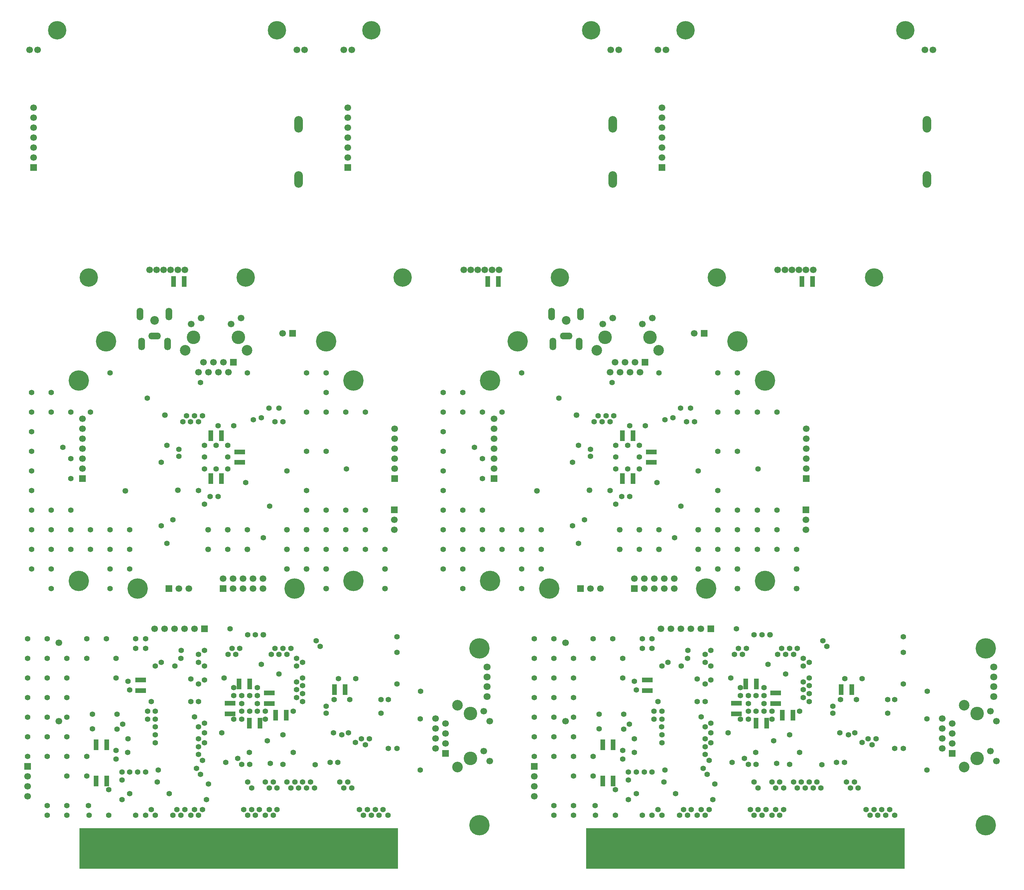
<source format=gbs>
%FSLAX42Y42*%
%MOMM*%
G71*
G01*
G75*
G04 Layer_Color=16711935*
%ADD10C,0.20*%
%ADD11R,1.40X1.50*%
%ADD12R,1.50X1.40*%
%ADD13R,1.10X2.60*%
%ADD14R,2.60X1.10*%
%ADD15R,2.79X3.81*%
%ADD16R,2.50X3.00*%
%ADD17O,0.30X1.80*%
%ADD18O,1.80X0.30*%
%ADD19R,1.10X1.30*%
G04:AMPARAMS|DCode=20|XSize=1.3mm|YSize=1.1mm|CornerRadius=0mm|HoleSize=0mm|Usage=FLASHONLY|Rotation=90.000|XOffset=0mm|YOffset=0mm|HoleType=Round|Shape=Octagon|*
%AMOCTAGOND20*
4,1,8,0.28,0.65,-0.28,0.65,-0.55,0.38,-0.55,-0.38,-0.28,-0.65,0.28,-0.65,0.55,-0.38,0.55,0.38,0.28,0.65,0.0*
%
%ADD20OCTAGOND20*%

%ADD21O,0.60X2.20*%
%ADD22R,0.60X1.30*%
%ADD23R,6.30X2.15*%
%ADD24R,3.30X1.40*%
%ADD25R,3.00X2.50*%
%ADD26R,1.40X1.40*%
%ADD27R,1.10X1.40*%
%ADD28R,1.40X1.10*%
%ADD29R,1.70X1.10*%
%ADD30C,0.25*%
%ADD31C,1.00*%
%ADD32C,0.25*%
%ADD33C,0.50*%
%ADD34C,2.00*%
%ADD35C,0.30*%
%ADD36C,0.40*%
%ADD37O,1.27X7.62*%
%ADD38R,1.30X1.10*%
G04:AMPARAMS|DCode=39|XSize=1.3mm|YSize=1.1mm|CornerRadius=0mm|HoleSize=0mm|Usage=FLASHONLY|Rotation=360.000|XOffset=0mm|YOffset=0mm|HoleType=Round|Shape=Octagon|*
%AMOCTAGOND39*
4,1,8,0.65,-0.28,0.65,0.28,0.38,0.55,-0.38,0.55,-0.65,0.28,-0.65,-0.28,-0.38,-0.55,0.38,-0.55,0.65,-0.28,0.0*
%
%ADD39OCTAGOND39*%

%ADD40O,2.60X0.70*%
%ADD41R,1.40X3.30*%
%ADD42R,1.30X0.60*%
%ADD43O,0.60X2.30*%
%ADD44O,2.30X0.70*%
%ADD45O,0.24X1.80*%
%ADD46O,1.80X0.24*%
%ADD47R,0.50X1.00*%
%ADD48C,1.50*%
%ADD49O,2.00X4.00*%
%ADD50R,1.50X1.50*%
%ADD51C,4.50*%
%ADD52C,5.00*%
%ADD53R,1.50X1.50*%
%ADD54C,2.50*%
%ADD55C,3.25*%
%ADD56O,1.50X3.00*%
%ADD57O,3.00X1.50*%
%ADD58C,2.00*%
%ADD59C,1.20*%
%ADD60C,1.27*%
%ADD61C,1.60*%
%ADD62R,2.60X1.10*%
%ADD63R,81.12X10.16*%
%ADD64R,1.60X1.70*%
%ADD65R,1.70X1.60*%
%ADD66R,1.30X2.80*%
%ADD67R,2.80X1.30*%
%ADD68R,3.00X4.01*%
%ADD69R,2.70X3.20*%
%ADD70O,0.50X2.00*%
%ADD71O,2.00X0.50*%
%ADD72R,1.30X1.50*%
G04:AMPARAMS|DCode=73|XSize=1.5mm|YSize=1.3mm|CornerRadius=0mm|HoleSize=0mm|Usage=FLASHONLY|Rotation=90.000|XOffset=0mm|YOffset=0mm|HoleType=Round|Shape=Octagon|*
%AMOCTAGOND73*
4,1,8,0.33,0.75,-0.33,0.75,-0.65,0.43,-0.65,-0.43,-0.33,-0.75,0.33,-0.75,0.65,-0.43,0.65,0.43,0.33,0.75,0.0*
%
%ADD73OCTAGOND73*%

%ADD74O,0.80X2.40*%
%ADD75R,0.80X1.50*%
%ADD76R,6.50X2.35*%
%ADD77R,3.50X1.60*%
%ADD78R,3.20X2.70*%
%ADD79R,1.60X1.60*%
%ADD80R,1.30X1.60*%
%ADD81R,1.60X1.30*%
%ADD82R,1.90X1.30*%
%ADD83O,1.47X7.82*%
%ADD84R,1.50X1.30*%
G04:AMPARAMS|DCode=85|XSize=1.5mm|YSize=1.3mm|CornerRadius=0mm|HoleSize=0mm|Usage=FLASHONLY|Rotation=360.000|XOffset=0mm|YOffset=0mm|HoleType=Round|Shape=Octagon|*
%AMOCTAGOND85*
4,1,8,0.75,-0.33,0.75,0.33,0.43,0.65,-0.43,0.65,-0.75,0.33,-0.75,-0.33,-0.43,-0.65,0.43,-0.65,0.75,-0.33,0.0*
%
%ADD85OCTAGOND85*%

%ADD86O,2.80X0.90*%
%ADD87R,1.60X3.50*%
%ADD88R,1.50X0.80*%
%ADD89O,0.80X2.50*%
%ADD90O,2.50X0.90*%
%ADD91O,0.44X2.00*%
%ADD92O,2.00X0.44*%
%ADD93R,0.70X1.20*%
%ADD94C,1.70*%
%ADD95O,2.20X4.20*%
%ADD96R,1.70X1.70*%
%ADD97C,4.70*%
%ADD98C,5.20*%
%ADD99R,1.70X1.70*%
%ADD100C,2.70*%
%ADD101C,3.45*%
%ADD102O,1.70X3.20*%
%ADD103O,3.20X1.70*%
%ADD104C,2.20*%
%ADD105C,1.40*%
%ADD106C,1.47*%
%ADD107C,1.80*%
%ADD108R,81.12X10.32*%
%ADD109R,2.80X1.30*%
D66*
X16665Y24396D02*
D03*
X16935D02*
D03*
X24665D02*
D03*
X24935D02*
D03*
X32665D02*
D03*
X32935D02*
D03*
X17611Y20471D02*
D03*
X17881D02*
D03*
Y19371D02*
D03*
X17611D02*
D03*
X28091Y20471D02*
D03*
X28361D02*
D03*
Y19371D02*
D03*
X28091D02*
D03*
X14689Y11671D02*
D03*
X14959D02*
D03*
X18334Y14146D02*
D03*
X18604D02*
D03*
X14689Y12596D02*
D03*
X14959D02*
D03*
X21034Y13996D02*
D03*
X20764D02*
D03*
X18864Y13146D02*
D03*
X18594D02*
D03*
X19264Y13346D02*
D03*
X19534D02*
D03*
X27589Y11671D02*
D03*
X27859D02*
D03*
X31234Y14146D02*
D03*
X31504D02*
D03*
X27589Y12596D02*
D03*
X27859D02*
D03*
X33934Y13996D02*
D03*
X33664D02*
D03*
X31764Y13146D02*
D03*
X31494D02*
D03*
X32164Y13346D02*
D03*
X32434D02*
D03*
D67*
X18346Y20056D02*
D03*
Y19786D02*
D03*
X28826Y20056D02*
D03*
Y19786D02*
D03*
X15824Y13971D02*
D03*
Y14241D02*
D03*
X18099Y13381D02*
D03*
Y13651D02*
D03*
X28724Y13971D02*
D03*
Y14241D02*
D03*
X30999Y13381D02*
D03*
Y13651D02*
D03*
D83*
X14505Y10020D02*
D03*
X14759D02*
D03*
X15013D02*
D03*
X15267D02*
D03*
X15521D02*
D03*
X15775D02*
D03*
X16029D02*
D03*
X16283D02*
D03*
X16537D02*
D03*
X16791D02*
D03*
X17045D02*
D03*
X17299D02*
D03*
X17553D02*
D03*
X17807D02*
D03*
X18061D02*
D03*
X18315D02*
D03*
X18569D02*
D03*
X18823D02*
D03*
X19077D02*
D03*
X19331D02*
D03*
X19585D02*
D03*
X19839D02*
D03*
X20093D02*
D03*
X20347D02*
D03*
X20601D02*
D03*
X20855D02*
D03*
X21109D02*
D03*
X21363D02*
D03*
X21617D02*
D03*
X21871D02*
D03*
X22125D02*
D03*
X27405D02*
D03*
X27659D02*
D03*
X27913D02*
D03*
X28167D02*
D03*
X28421D02*
D03*
X28675D02*
D03*
X28929D02*
D03*
X29183D02*
D03*
X29437D02*
D03*
X29691D02*
D03*
X29945D02*
D03*
X30199D02*
D03*
X30453D02*
D03*
X30707D02*
D03*
X30961D02*
D03*
X31215D02*
D03*
X31469D02*
D03*
X31723D02*
D03*
X31977D02*
D03*
X32231D02*
D03*
X32485D02*
D03*
X32739D02*
D03*
X32993D02*
D03*
X33247D02*
D03*
X33501D02*
D03*
X33755D02*
D03*
X34009D02*
D03*
X34263D02*
D03*
X34517D02*
D03*
X34771D02*
D03*
X35025D02*
D03*
D94*
X16050Y24696D02*
D03*
X16230D02*
D03*
X16410D02*
D03*
X16590D02*
D03*
X16770D02*
D03*
X16950D02*
D03*
X13000Y30296D02*
D03*
X13200D02*
D03*
X20000D02*
D03*
X19800D02*
D03*
X13100Y28820D02*
D03*
Y28566D02*
D03*
Y28312D02*
D03*
Y28058D02*
D03*
Y27550D02*
D03*
Y27804D02*
D03*
X24050Y24696D02*
D03*
X24230D02*
D03*
X24410D02*
D03*
X24590D02*
D03*
X24770D02*
D03*
X24950D02*
D03*
X21000Y30296D02*
D03*
X21200D02*
D03*
X28000D02*
D03*
X27800D02*
D03*
X21100Y28820D02*
D03*
Y28566D02*
D03*
Y28312D02*
D03*
Y28058D02*
D03*
Y27550D02*
D03*
Y27804D02*
D03*
X32050Y24696D02*
D03*
X32230D02*
D03*
X32410D02*
D03*
X32590D02*
D03*
X32770D02*
D03*
X32950D02*
D03*
X29000Y30296D02*
D03*
X29200D02*
D03*
X36000D02*
D03*
X35800D02*
D03*
X29100Y28820D02*
D03*
Y28566D02*
D03*
Y28312D02*
D03*
Y28058D02*
D03*
Y27550D02*
D03*
Y27804D02*
D03*
X17054Y16571D02*
D03*
X16800D02*
D03*
X19442Y23071D02*
D03*
X17301Y22082D02*
D03*
X17113Y23309D02*
D03*
X18063Y22082D02*
D03*
X17809D02*
D03*
X17555D02*
D03*
X18378Y23462D02*
D03*
X17936Y22336D02*
D03*
X17682D02*
D03*
X17367Y23462D02*
D03*
X18124Y23309D02*
D03*
X17428Y22336D02*
D03*
X22296Y20641D02*
D03*
Y20387D02*
D03*
Y20133D02*
D03*
Y19879D02*
D03*
Y19625D02*
D03*
X22288Y18075D02*
D03*
Y18329D02*
D03*
X14346Y20895D02*
D03*
Y20641D02*
D03*
Y20387D02*
D03*
Y20133D02*
D03*
Y19625D02*
D03*
Y19879D02*
D03*
X17921Y16825D02*
D03*
X18175Y16571D02*
D03*
Y16825D02*
D03*
X18429Y16571D02*
D03*
Y16825D02*
D03*
X18683Y16571D02*
D03*
Y16825D02*
D03*
X18937Y16571D02*
D03*
Y16825D02*
D03*
X27534Y16571D02*
D03*
X27280D02*
D03*
X29922Y23071D02*
D03*
X27781Y22082D02*
D03*
X27593Y23309D02*
D03*
X28543Y22082D02*
D03*
X28289D02*
D03*
X28035D02*
D03*
X28858Y23462D02*
D03*
X28416Y22336D02*
D03*
X28162D02*
D03*
X27847Y23462D02*
D03*
X28604Y23309D02*
D03*
X27908Y22336D02*
D03*
X32776Y20641D02*
D03*
Y20387D02*
D03*
Y20133D02*
D03*
Y19879D02*
D03*
Y19625D02*
D03*
X32768Y18075D02*
D03*
Y18329D02*
D03*
X24826Y20895D02*
D03*
Y20641D02*
D03*
Y20387D02*
D03*
Y20133D02*
D03*
Y19625D02*
D03*
Y19879D02*
D03*
X28401Y16825D02*
D03*
X28655Y16571D02*
D03*
Y16825D02*
D03*
X28909Y16571D02*
D03*
Y16825D02*
D03*
X29163Y16571D02*
D03*
Y16825D02*
D03*
X29417Y16571D02*
D03*
Y16825D02*
D03*
X16179Y15546D02*
D03*
X16433D02*
D03*
X16687D02*
D03*
X16941D02*
D03*
X17195D02*
D03*
X12949Y11792D02*
D03*
Y11538D02*
D03*
Y11284D02*
D03*
X13743Y13192D02*
D03*
Y15192D02*
D03*
X23589Y13131D02*
D03*
X24562Y12435D02*
D03*
X24714Y13192D02*
D03*
X23589Y12877D02*
D03*
Y12623D02*
D03*
X24714Y12181D02*
D03*
X23335Y13004D02*
D03*
Y12750D02*
D03*
Y12496D02*
D03*
X24562Y13446D02*
D03*
X23335Y13258D02*
D03*
X29079Y15546D02*
D03*
X29333D02*
D03*
X29587D02*
D03*
X29841D02*
D03*
X30095D02*
D03*
X25849Y11792D02*
D03*
Y11538D02*
D03*
Y11284D02*
D03*
X26643Y13192D02*
D03*
Y15192D02*
D03*
X36489Y13131D02*
D03*
X37462Y12435D02*
D03*
X37614Y13192D02*
D03*
X36489Y12877D02*
D03*
Y12623D02*
D03*
X37614Y12181D02*
D03*
X36235Y13004D02*
D03*
Y12750D02*
D03*
Y12496D02*
D03*
X37462Y13446D02*
D03*
X36235Y13258D02*
D03*
D95*
X19850Y28396D02*
D03*
Y26996D02*
D03*
X27850Y28396D02*
D03*
Y26996D02*
D03*
X35850Y28396D02*
D03*
Y26996D02*
D03*
D96*
X13100Y27296D02*
D03*
X21100D02*
D03*
X29100D02*
D03*
X22296Y19371D02*
D03*
X22288Y18583D02*
D03*
X14346Y19371D02*
D03*
X32776D02*
D03*
X32768Y18583D02*
D03*
X24826Y19371D02*
D03*
X12949Y12046D02*
D03*
X23589Y12369D02*
D03*
X25849Y12046D02*
D03*
X36489Y12369D02*
D03*
D97*
X18500Y24496D02*
D03*
X14500D02*
D03*
X19300Y30796D02*
D03*
X13700D02*
D03*
X26500Y24496D02*
D03*
X22500D02*
D03*
X27300Y30796D02*
D03*
X21700D02*
D03*
X34500Y24496D02*
D03*
X30500D02*
D03*
X35300Y30796D02*
D03*
X29700D02*
D03*
D98*
X21246Y16771D02*
D03*
Y21871D02*
D03*
X14246D02*
D03*
Y16771D02*
D03*
X14946Y22871D02*
D03*
X20546D02*
D03*
X15746Y16571D02*
D03*
X19746D02*
D03*
X31726Y16771D02*
D03*
Y21871D02*
D03*
X24726D02*
D03*
Y16771D02*
D03*
X25426Y22871D02*
D03*
X31026D02*
D03*
X26226Y16571D02*
D03*
X30226D02*
D03*
X24449Y15046D02*
D03*
Y10546D02*
D03*
X37349Y15046D02*
D03*
Y10546D02*
D03*
D99*
X16546Y16571D02*
D03*
X19696Y23071D02*
D03*
X18190Y22336D02*
D03*
X17921Y16571D02*
D03*
X27026D02*
D03*
X30176Y23071D02*
D03*
X28670Y22336D02*
D03*
X28401Y16571D02*
D03*
X17449Y15546D02*
D03*
X30349D02*
D03*
D100*
X16958Y22641D02*
D03*
X18533D02*
D03*
X27438D02*
D03*
X29013D02*
D03*
X23894Y12026D02*
D03*
Y13600D02*
D03*
X36794Y12026D02*
D03*
Y13600D02*
D03*
D101*
X17174Y22971D02*
D03*
X18317D02*
D03*
X27654D02*
D03*
X28797D02*
D03*
X24224Y12242D02*
D03*
Y13385D02*
D03*
X37124Y12242D02*
D03*
Y13385D02*
D03*
D102*
X16508Y22805D02*
D03*
X15847D02*
D03*
X16546Y23567D02*
D03*
X15809D02*
D03*
X26988Y22805D02*
D03*
X26327D02*
D03*
X27026Y23567D02*
D03*
X26289D02*
D03*
D103*
X16178Y23008D02*
D03*
X26658D02*
D03*
D104*
X16178Y23402D02*
D03*
X26658D02*
D03*
D105*
X17396Y20971D02*
D03*
X17196D02*
D03*
X19106Y18675D02*
D03*
X14046Y19879D02*
D03*
Y19371D02*
D03*
X16796Y19946D02*
D03*
X16796Y20121D02*
D03*
X16896Y20821D02*
D03*
X16996Y20971D02*
D03*
X17096Y20821D02*
D03*
X17296D02*
D03*
X17746Y20221D02*
D03*
X17446D02*
D03*
Y19921D02*
D03*
X18046D02*
D03*
Y20221D02*
D03*
X17446Y19621D02*
D03*
X17746D02*
D03*
X18046D02*
D03*
X17296Y19071D02*
D03*
X17596Y18921D02*
D03*
X17796Y18921D02*
D03*
X18496Y19271D02*
D03*
X18946Y17871D02*
D03*
X19446Y20821D02*
D03*
X19246Y20821D02*
D03*
X18695Y20871D02*
D03*
X18896Y20921D02*
D03*
X19096Y21171D02*
D03*
X19346D02*
D03*
X17346Y21821D02*
D03*
X15996Y21421D02*
D03*
X17446Y18721D02*
D03*
X16646Y18321D02*
D03*
X13846Y20171D02*
D03*
X17796Y20721D02*
D03*
X18196D02*
D03*
X18046Y17571D02*
D03*
X20046D02*
D03*
X20546D02*
D03*
X21046D02*
D03*
X21546D02*
D03*
X22046D02*
D03*
X20546Y18071D02*
D03*
X21046D02*
D03*
X21546D02*
D03*
X20046Y18571D02*
D03*
X20546D02*
D03*
X21046D02*
D03*
X21546D02*
D03*
X20046Y19071D02*
D03*
X19546Y19571D02*
D03*
X20046Y20071D02*
D03*
X20546D02*
D03*
X21546Y21071D02*
D03*
X21046D02*
D03*
X20046D02*
D03*
X20546D02*
D03*
Y21571D02*
D03*
X20046Y22071D02*
D03*
X20546D02*
D03*
X18546D02*
D03*
X15546Y17571D02*
D03*
Y18071D02*
D03*
X15046Y17571D02*
D03*
X14546D02*
D03*
Y18071D02*
D03*
X15046D02*
D03*
X14046Y17571D02*
D03*
Y18071D02*
D03*
Y18571D02*
D03*
X13546D02*
D03*
Y18071D02*
D03*
Y17571D02*
D03*
Y17071D02*
D03*
X15046D02*
D03*
X15546D02*
D03*
X13046Y18571D02*
D03*
Y18071D02*
D03*
Y17571D02*
D03*
Y17071D02*
D03*
X13546Y16571D02*
D03*
X15046D02*
D03*
X13046Y19071D02*
D03*
Y19571D02*
D03*
Y20071D02*
D03*
Y20571D02*
D03*
Y21071D02*
D03*
Y21571D02*
D03*
X13546Y21071D02*
D03*
X14046D02*
D03*
X13546Y21571D02*
D03*
X14546Y21071D02*
D03*
X15046Y22071D02*
D03*
X21066Y19621D02*
D03*
X18546Y18071D02*
D03*
X16346Y19791D02*
D03*
X16496Y20221D02*
D03*
X16346Y18171D02*
D03*
X16496Y17721D02*
D03*
X27876Y20971D02*
D03*
X27676D02*
D03*
X29586Y18675D02*
D03*
X24526Y19879D02*
D03*
Y19371D02*
D03*
X27276Y19946D02*
D03*
X27276Y20121D02*
D03*
X27376Y20821D02*
D03*
X27476Y20971D02*
D03*
X27576Y20821D02*
D03*
X27776D02*
D03*
X28226Y20221D02*
D03*
X27926D02*
D03*
Y19921D02*
D03*
X28526D02*
D03*
Y20221D02*
D03*
X27926Y19621D02*
D03*
X28226D02*
D03*
X28526D02*
D03*
X27776Y19071D02*
D03*
X28076Y18921D02*
D03*
X28276Y18921D02*
D03*
X28976Y19271D02*
D03*
X29426Y17871D02*
D03*
X29926Y20821D02*
D03*
X29726Y20821D02*
D03*
X29175Y20871D02*
D03*
X29376Y20921D02*
D03*
X29576Y21171D02*
D03*
X29826D02*
D03*
X27826Y21821D02*
D03*
X26476Y21421D02*
D03*
X27926Y18721D02*
D03*
X27126Y18321D02*
D03*
X24326Y20171D02*
D03*
X28276Y20721D02*
D03*
X28676D02*
D03*
X28526Y17571D02*
D03*
X30526D02*
D03*
X31026D02*
D03*
X31526D02*
D03*
X32026D02*
D03*
X32526D02*
D03*
X31026Y18071D02*
D03*
X31526D02*
D03*
X32026D02*
D03*
X30526Y18571D02*
D03*
X31026D02*
D03*
X31526D02*
D03*
X32026D02*
D03*
X30526Y19071D02*
D03*
X30026Y19571D02*
D03*
X30526Y20071D02*
D03*
X31026D02*
D03*
X32026Y21071D02*
D03*
X31526D02*
D03*
X30526D02*
D03*
X31026D02*
D03*
Y21571D02*
D03*
X30526Y22071D02*
D03*
X31026D02*
D03*
X29026D02*
D03*
X26026Y17571D02*
D03*
Y18071D02*
D03*
X25526Y17571D02*
D03*
X25026D02*
D03*
Y18071D02*
D03*
X25526D02*
D03*
X24526Y17571D02*
D03*
Y18071D02*
D03*
Y18571D02*
D03*
X24026D02*
D03*
Y18071D02*
D03*
Y17571D02*
D03*
Y17071D02*
D03*
X25526D02*
D03*
X26026D02*
D03*
X23526Y18571D02*
D03*
Y18071D02*
D03*
Y17571D02*
D03*
Y17071D02*
D03*
X24026Y16571D02*
D03*
X25526D02*
D03*
X23526Y19071D02*
D03*
Y19571D02*
D03*
Y20071D02*
D03*
Y20571D02*
D03*
Y21071D02*
D03*
Y21571D02*
D03*
X24026Y21071D02*
D03*
X24526D02*
D03*
X24026Y21571D02*
D03*
X25026Y21071D02*
D03*
X25526Y22071D02*
D03*
X31546Y19621D02*
D03*
X29026Y18071D02*
D03*
X26826Y19791D02*
D03*
X26976Y20221D02*
D03*
X26826Y18171D02*
D03*
X26976Y17721D02*
D03*
X14599Y12996D02*
D03*
X19349Y14396D02*
D03*
X19799Y13796D02*
D03*
X16859Y14996D02*
D03*
X17989Y12146D02*
D03*
X18599Y12096D02*
D03*
X18549Y11646D02*
D03*
Y10796D02*
D03*
X18649Y10946D02*
D03*
X18849D02*
D03*
X17249Y11996D02*
D03*
X17352Y11843D02*
D03*
X17399Y12196D02*
D03*
X18749Y10796D02*
D03*
X17099Y14271D02*
D03*
X15499Y14206D02*
D03*
X16349Y14696D02*
D03*
X19449Y12096D02*
D03*
X18799Y14046D02*
D03*
X18199Y13246D02*
D03*
X18399D02*
D03*
X18999Y13446D02*
D03*
X19449Y12846D02*
D03*
X19709Y12396D02*
D03*
X19709Y13446D02*
D03*
X19049Y12696D02*
D03*
X18589Y12396D02*
D03*
X17299Y12346D02*
D03*
Y12546D02*
D03*
X17449Y12646D02*
D03*
X17299Y12746D02*
D03*
X17889Y12896D02*
D03*
X17449Y12896D02*
D03*
X17299Y13046D02*
D03*
X17449Y13146D02*
D03*
X16195Y13046D02*
D03*
X15546Y13986D02*
D03*
X16099Y13696D02*
D03*
X16199Y14596D02*
D03*
X16694D02*
D03*
X17199Y13306D02*
D03*
X17099Y13696D02*
D03*
X17299Y14146D02*
D03*
X17449Y14246D02*
D03*
X17449Y14596D02*
D03*
X17449Y14996D02*
D03*
X18799Y13446D02*
D03*
Y13646D02*
D03*
Y13846D02*
D03*
X18399Y13446D02*
D03*
X18599D02*
D03*
Y13846D02*
D03*
X18399D02*
D03*
Y13646D02*
D03*
X18099Y15546D02*
D03*
X18049Y14896D02*
D03*
X18149Y15046D02*
D03*
X18249Y14896D02*
D03*
X18349Y15046D02*
D03*
X18549Y15396D02*
D03*
X18749D02*
D03*
X18899Y14646D02*
D03*
X19149Y14896D02*
D03*
X19249Y15046D02*
D03*
X19346Y14896D02*
D03*
X19449Y15046D02*
D03*
X19549Y14896D02*
D03*
X20299Y15246D02*
D03*
X20399Y15096D02*
D03*
X19649Y15046D02*
D03*
X19799Y14796D02*
D03*
Y14596D02*
D03*
X19949Y14696D02*
D03*
X19799Y13996D02*
D03*
Y14196D02*
D03*
X19949Y14296D02*
D03*
Y14096D02*
D03*
Y13896D02*
D03*
Y13696D02*
D03*
X21649Y12746D02*
D03*
X21297Y12648D02*
D03*
X20949Y12846D02*
D03*
X21112Y12900D02*
D03*
X20731Y12899D02*
D03*
X20549Y13396D02*
D03*
Y13576D02*
D03*
X21149Y13746D02*
D03*
X22349Y15346D02*
D03*
Y14946D02*
D03*
X22954Y13956D02*
D03*
X21949Y13396D02*
D03*
Y13746D02*
D03*
X22128D02*
D03*
X22349Y14146D02*
D03*
X22949Y13256D02*
D03*
X22129Y12496D02*
D03*
X22349Y12496D02*
D03*
X21199Y11496D02*
D03*
X21099Y11646D02*
D03*
X20999Y11496D02*
D03*
X20899Y11646D02*
D03*
X20849Y12146D02*
D03*
X20649Y12146D02*
D03*
X19749Y11646D02*
D03*
X19549D02*
D03*
X19299Y11496D02*
D03*
X18299Y12246D02*
D03*
X18399Y12096D02*
D03*
X17549Y11596D02*
D03*
X17399Y10946D02*
D03*
X17299Y10796D02*
D03*
X17199Y10946D02*
D03*
X17099Y10796D02*
D03*
X16949Y10946D02*
D03*
X16849Y10796D02*
D03*
X16749Y10946D02*
D03*
X16649Y10796D02*
D03*
X16274Y11946D02*
D03*
X16249Y11646D02*
D03*
X16199Y10796D02*
D03*
X16099Y10946D02*
D03*
X15949Y10796D02*
D03*
X14509Y10796D02*
D03*
X15013Y10796D02*
D03*
X15549Y11346D02*
D03*
X15349Y11896D02*
D03*
Y11696D02*
D03*
X15013Y11446D02*
D03*
X18999Y10796D02*
D03*
X19099Y10946D02*
D03*
X19199Y10796D02*
D03*
X19299Y10946D02*
D03*
X21399Y10946D02*
D03*
X21499Y10796D02*
D03*
X21599Y10946D02*
D03*
X21699Y10796D02*
D03*
X21799Y10946D02*
D03*
X21899Y10796D02*
D03*
X21999Y10946D02*
D03*
X22123Y10796D02*
D03*
X20269Y12086D02*
D03*
X20149Y11646D02*
D03*
X19949D02*
D03*
X19099Y11496D02*
D03*
X19649D02*
D03*
X19849D02*
D03*
X20249D02*
D03*
X20049D02*
D03*
X18649D02*
D03*
X18999Y11646D02*
D03*
X19199D02*
D03*
X16849Y14796D02*
D03*
X17299Y14696D02*
D03*
X16549Y11346D02*
D03*
X17299Y13696D02*
D03*
Y14896D02*
D03*
X15498Y12398D02*
D03*
X15949Y11896D02*
D03*
X15549D02*
D03*
X15749D02*
D03*
X15699Y10796D02*
D03*
X15369Y13116D02*
D03*
X19124Y12121D02*
D03*
X15224Y13371D02*
D03*
X22949Y11946D02*
D03*
X18449Y10946D02*
D03*
X18999Y13246D02*
D03*
X15349Y11196D02*
D03*
X17499D02*
D03*
X15224Y12990D02*
D03*
X14599Y13371D02*
D03*
X20749Y13746D02*
D03*
X20859Y14274D02*
D03*
X21299Y14279D02*
D03*
X18199Y13846D02*
D03*
X17949Y14297D02*
D03*
X18198Y14048D02*
D03*
X16199Y12846D02*
D03*
Y12646D02*
D03*
Y13246D02*
D03*
Y13446D02*
D03*
X13949Y10796D02*
D03*
X13449D02*
D03*
Y11046D02*
D03*
X13949D02*
D03*
X21449Y12744D02*
D03*
X21549Y12594D02*
D03*
X15199Y12227D02*
D03*
X15199Y12446D02*
D03*
X15499Y12746D02*
D03*
X15999Y13446D02*
D03*
Y13246D02*
D03*
X14499Y11046D02*
D03*
X13949Y11796D02*
D03*
Y12296D02*
D03*
Y12796D02*
D03*
X14449Y11796D02*
D03*
Y12296D02*
D03*
X13949Y13296D02*
D03*
X13449Y12796D02*
D03*
Y12296D02*
D03*
X12949D02*
D03*
Y12796D02*
D03*
Y13296D02*
D03*
X13449D02*
D03*
Y13796D02*
D03*
X12949D02*
D03*
Y14296D02*
D03*
X13449D02*
D03*
Y14796D02*
D03*
X12949D02*
D03*
Y15296D02*
D03*
X13449D02*
D03*
X13949Y14796D02*
D03*
Y14296D02*
D03*
X14449Y14796D02*
D03*
Y15296D02*
D03*
X14949D02*
D03*
X15199Y14796D02*
D03*
Y14296D02*
D03*
X13949Y13796D02*
D03*
X15699Y15296D02*
D03*
X15949D02*
D03*
Y15046D02*
D03*
X15699D02*
D03*
X27499Y12996D02*
D03*
X32249Y14396D02*
D03*
X32699Y13796D02*
D03*
X29759Y14996D02*
D03*
X30889Y12146D02*
D03*
X31499Y12096D02*
D03*
X31449Y11646D02*
D03*
Y10796D02*
D03*
X31549Y10946D02*
D03*
X31749D02*
D03*
X30149Y11996D02*
D03*
X30252Y11843D02*
D03*
X30299Y12196D02*
D03*
X31649Y10796D02*
D03*
X29999Y14271D02*
D03*
X28399Y14206D02*
D03*
X29249Y14696D02*
D03*
X32349Y12096D02*
D03*
X31699Y14046D02*
D03*
X31099Y13246D02*
D03*
X31299D02*
D03*
X31899Y13446D02*
D03*
X32349Y12846D02*
D03*
X32609Y12396D02*
D03*
X32609Y13446D02*
D03*
X31949Y12696D02*
D03*
X31489Y12396D02*
D03*
X30199Y12346D02*
D03*
Y12546D02*
D03*
X30349Y12646D02*
D03*
X30199Y12746D02*
D03*
X30789Y12896D02*
D03*
X30349Y12896D02*
D03*
X30199Y13046D02*
D03*
X30349Y13146D02*
D03*
X29095Y13046D02*
D03*
X28446Y13986D02*
D03*
X28999Y13696D02*
D03*
X29099Y14596D02*
D03*
X29594D02*
D03*
X30099Y13306D02*
D03*
X29999Y13696D02*
D03*
X30199Y14146D02*
D03*
X30349Y14246D02*
D03*
X30349Y14596D02*
D03*
X30349Y14996D02*
D03*
X31699Y13446D02*
D03*
Y13646D02*
D03*
Y13846D02*
D03*
X31299Y13446D02*
D03*
X31499D02*
D03*
Y13846D02*
D03*
X31299D02*
D03*
Y13646D02*
D03*
X30999Y15546D02*
D03*
X30949Y14896D02*
D03*
X31049Y15046D02*
D03*
X31149Y14896D02*
D03*
X31249Y15046D02*
D03*
X31449Y15396D02*
D03*
X31649D02*
D03*
X31799Y14646D02*
D03*
X32049Y14896D02*
D03*
X32149Y15046D02*
D03*
X32246Y14896D02*
D03*
X32349Y15046D02*
D03*
X32449Y14896D02*
D03*
X33199Y15246D02*
D03*
X33299Y15096D02*
D03*
X32549Y15046D02*
D03*
X32699Y14796D02*
D03*
Y14596D02*
D03*
X32849Y14696D02*
D03*
X32699Y13996D02*
D03*
Y14196D02*
D03*
X32849Y14296D02*
D03*
Y14096D02*
D03*
Y13896D02*
D03*
Y13696D02*
D03*
X34549Y12746D02*
D03*
X34197Y12648D02*
D03*
X33849Y12846D02*
D03*
X34012Y12900D02*
D03*
X33631Y12899D02*
D03*
X33449Y13396D02*
D03*
Y13576D02*
D03*
X34049Y13746D02*
D03*
X35249Y15346D02*
D03*
Y14946D02*
D03*
X35854Y13956D02*
D03*
X34849Y13396D02*
D03*
Y13746D02*
D03*
X35028D02*
D03*
X35249Y14146D02*
D03*
X35849Y13256D02*
D03*
X35029Y12496D02*
D03*
X35249Y12496D02*
D03*
X34099Y11496D02*
D03*
X33999Y11646D02*
D03*
X33899Y11496D02*
D03*
X33799Y11646D02*
D03*
X33749Y12146D02*
D03*
X33549Y12146D02*
D03*
X32649Y11646D02*
D03*
X32449D02*
D03*
X32199Y11496D02*
D03*
X31199Y12246D02*
D03*
X31299Y12096D02*
D03*
X30449Y11596D02*
D03*
X30299Y10946D02*
D03*
X30199Y10796D02*
D03*
X30099Y10946D02*
D03*
X29999Y10796D02*
D03*
X29849Y10946D02*
D03*
X29749Y10796D02*
D03*
X29649Y10946D02*
D03*
X29549Y10796D02*
D03*
X29174Y11946D02*
D03*
X29149Y11646D02*
D03*
X29099Y10796D02*
D03*
X28999Y10946D02*
D03*
X28849Y10796D02*
D03*
X27409Y10796D02*
D03*
X27913Y10796D02*
D03*
X28449Y11346D02*
D03*
X28249Y11896D02*
D03*
Y11696D02*
D03*
X27913Y11446D02*
D03*
X31899Y10796D02*
D03*
X31999Y10946D02*
D03*
X32099Y10796D02*
D03*
X32199Y10946D02*
D03*
X34299Y10946D02*
D03*
X34399Y10796D02*
D03*
X34499Y10946D02*
D03*
X34599Y10796D02*
D03*
X34699Y10946D02*
D03*
X34799Y10796D02*
D03*
X34899Y10946D02*
D03*
X35023Y10796D02*
D03*
X33169Y12086D02*
D03*
X33049Y11646D02*
D03*
X32849D02*
D03*
X31999Y11496D02*
D03*
X32549D02*
D03*
X32749D02*
D03*
X33149D02*
D03*
X32949D02*
D03*
X31549D02*
D03*
X31899Y11646D02*
D03*
X32099D02*
D03*
X29749Y14796D02*
D03*
X30199Y14696D02*
D03*
X29449Y11346D02*
D03*
X30199Y13696D02*
D03*
Y14896D02*
D03*
X28398Y12398D02*
D03*
X28849Y11896D02*
D03*
X28449D02*
D03*
X28649D02*
D03*
X28599Y10796D02*
D03*
X28269Y13116D02*
D03*
X32024Y12121D02*
D03*
X28124Y13371D02*
D03*
X35849Y11946D02*
D03*
X31349Y10946D02*
D03*
X31899Y13246D02*
D03*
X28249Y11196D02*
D03*
X30399D02*
D03*
X28124Y12990D02*
D03*
X27499Y13371D02*
D03*
X33649Y13746D02*
D03*
X33759Y14274D02*
D03*
X34199Y14279D02*
D03*
X31099Y13846D02*
D03*
X30849Y14297D02*
D03*
X31098Y14048D02*
D03*
X29099Y12846D02*
D03*
Y12646D02*
D03*
Y13246D02*
D03*
Y13446D02*
D03*
X26849Y10796D02*
D03*
X26349D02*
D03*
Y11046D02*
D03*
X26849D02*
D03*
X34349Y12744D02*
D03*
X34449Y12594D02*
D03*
X28099Y12227D02*
D03*
X28099Y12446D02*
D03*
X28399Y12746D02*
D03*
X28899Y13446D02*
D03*
Y13246D02*
D03*
X27399Y11046D02*
D03*
X26849Y11796D02*
D03*
Y12296D02*
D03*
Y12796D02*
D03*
X27349Y11796D02*
D03*
Y12296D02*
D03*
X26849Y13296D02*
D03*
X26349Y12796D02*
D03*
Y12296D02*
D03*
X25849D02*
D03*
Y12796D02*
D03*
Y13296D02*
D03*
X26349D02*
D03*
Y13796D02*
D03*
X25849D02*
D03*
Y14296D02*
D03*
X26349D02*
D03*
Y14796D02*
D03*
X25849D02*
D03*
Y15296D02*
D03*
X26349D02*
D03*
X26849Y14796D02*
D03*
Y14296D02*
D03*
X27349Y14796D02*
D03*
Y15296D02*
D03*
X27849D02*
D03*
X28099Y14796D02*
D03*
Y14296D02*
D03*
X26849Y13796D02*
D03*
X28599Y15296D02*
D03*
X28849D02*
D03*
Y15046D02*
D03*
X28599D02*
D03*
D106*
X16776Y19081D02*
D03*
X15436Y19061D02*
D03*
X16446Y20991D02*
D03*
X20546Y17071D02*
D03*
X20046D02*
D03*
X19546Y17571D02*
D03*
Y18071D02*
D03*
X20046D02*
D03*
X22046Y17071D02*
D03*
Y16571D02*
D03*
X20546D02*
D03*
X19546Y17071D02*
D03*
X18046Y18071D02*
D03*
X17546D02*
D03*
Y17571D02*
D03*
X18546D02*
D03*
X27256Y19081D02*
D03*
X25916Y19061D02*
D03*
X26926Y20991D02*
D03*
X31026Y17071D02*
D03*
X30526D02*
D03*
X30026Y17571D02*
D03*
Y18071D02*
D03*
X30526D02*
D03*
X32526Y17071D02*
D03*
Y16571D02*
D03*
X31026D02*
D03*
X30026Y17071D02*
D03*
X28526Y18071D02*
D03*
X28026D02*
D03*
Y17571D02*
D03*
X29026D02*
D03*
X18949Y15396D02*
D03*
X31849D02*
D03*
D107*
X24649Y14073D02*
D03*
Y13819D02*
D03*
Y14573D02*
D03*
Y14319D02*
D03*
X37549Y14073D02*
D03*
Y13819D02*
D03*
Y14573D02*
D03*
Y14319D02*
D03*
D108*
X18323Y9949D02*
D03*
X31223D02*
D03*
D109*
X19099Y13911D02*
D03*
Y13641D02*
D03*
X31999Y13911D02*
D03*
Y13641D02*
D03*
M02*

</source>
